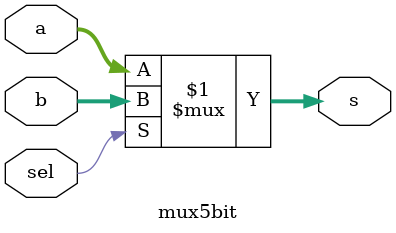
<source format=v>
module mux5bit(sel, a, b, s);
  input sel;
  input [4:0] a, b;
  output [4:0] s;
    assign s = (sel) ? b : a;
endmodule


</source>
